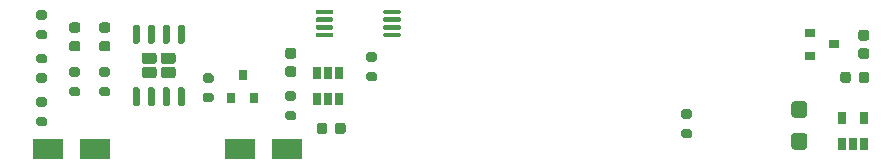
<source format=gtp>
%TF.GenerationSoftware,KiCad,Pcbnew,5.1.8-5.1.8*%
%TF.CreationDate,2022-10-01T18:22:25+01:00*%
%TF.ProjectId,ESPower,4553506f-7765-4722-9e6b-696361645f70,rev?*%
%TF.SameCoordinates,Original*%
%TF.FileFunction,Paste,Top*%
%TF.FilePolarity,Positive*%
%FSLAX46Y46*%
G04 Gerber Fmt 4.6, Leading zero omitted, Abs format (unit mm)*
G04 Created by KiCad (PCBNEW 5.1.8-5.1.8) date 2022-10-01 18:22:25*
%MOMM*%
%LPD*%
G01*
G04 APERTURE LIST*
%ADD10R,2.500000X1.800000*%
%ADD11R,0.900000X0.800000*%
%ADD12R,0.650000X1.060000*%
%ADD13R,0.800000X0.900000*%
G04 APERTURE END LIST*
D10*
X103664000Y-106807000D03*
X107664000Y-106807000D03*
X87408000Y-106807000D03*
X91408000Y-106807000D03*
G36*
G01*
X87143000Y-99524000D02*
X86593000Y-99524000D01*
G75*
G02*
X86393000Y-99324000I0J200000D01*
G01*
X86393000Y-98924000D01*
G75*
G02*
X86593000Y-98724000I200000J0D01*
G01*
X87143000Y-98724000D01*
G75*
G02*
X87343000Y-98924000I0J-200000D01*
G01*
X87343000Y-99324000D01*
G75*
G02*
X87143000Y-99524000I-200000J0D01*
G01*
G37*
G36*
G01*
X87143000Y-101174000D02*
X86593000Y-101174000D01*
G75*
G02*
X86393000Y-100974000I0J200000D01*
G01*
X86393000Y-100574000D01*
G75*
G02*
X86593000Y-100374000I200000J0D01*
G01*
X87143000Y-100374000D01*
G75*
G02*
X87343000Y-100574000I0J-200000D01*
G01*
X87343000Y-100974000D01*
G75*
G02*
X87143000Y-101174000I-200000J0D01*
G01*
G37*
D11*
X153908000Y-97917000D03*
X151908000Y-98867000D03*
X151908000Y-96967000D03*
D12*
X154625000Y-104183000D03*
X156525000Y-104183000D03*
X156525000Y-106383000D03*
X155575000Y-106383000D03*
X154625000Y-106383000D03*
X111125000Y-102573000D03*
X112075000Y-102573000D03*
X110175000Y-102573000D03*
X110175000Y-100373000D03*
X111125000Y-100373000D03*
X112075000Y-100373000D03*
G36*
G01*
X97976500Y-99580000D02*
X97171500Y-99580000D01*
G75*
G02*
X96929000Y-99337500I0J242500D01*
G01*
X96929000Y-98852500D01*
G75*
G02*
X97171500Y-98610000I242500J0D01*
G01*
X97976500Y-98610000D01*
G75*
G02*
X98219000Y-98852500I0J-242500D01*
G01*
X98219000Y-99337500D01*
G75*
G02*
X97976500Y-99580000I-242500J0D01*
G01*
G37*
G36*
G01*
X96376500Y-99580000D02*
X95571500Y-99580000D01*
G75*
G02*
X95329000Y-99337500I0J242500D01*
G01*
X95329000Y-98852500D01*
G75*
G02*
X95571500Y-98610000I242500J0D01*
G01*
X96376500Y-98610000D01*
G75*
G02*
X96619000Y-98852500I0J-242500D01*
G01*
X96619000Y-99337500D01*
G75*
G02*
X96376500Y-99580000I-242500J0D01*
G01*
G37*
G36*
G01*
X97976500Y-100780000D02*
X97171500Y-100780000D01*
G75*
G02*
X96929000Y-100537500I0J242500D01*
G01*
X96929000Y-100052500D01*
G75*
G02*
X97171500Y-99810000I242500J0D01*
G01*
X97976500Y-99810000D01*
G75*
G02*
X98219000Y-100052500I0J-242500D01*
G01*
X98219000Y-100537500D01*
G75*
G02*
X97976500Y-100780000I-242500J0D01*
G01*
G37*
G36*
G01*
X96376500Y-100780000D02*
X95571500Y-100780000D01*
G75*
G02*
X95329000Y-100537500I0J242500D01*
G01*
X95329000Y-100052500D01*
G75*
G02*
X95571500Y-99810000I242500J0D01*
G01*
X96376500Y-99810000D01*
G75*
G02*
X96619000Y-100052500I0J-242500D01*
G01*
X96619000Y-100537500D01*
G75*
G02*
X96376500Y-100780000I-242500J0D01*
G01*
G37*
G36*
G01*
X95019000Y-97845000D02*
X94719000Y-97845000D01*
G75*
G02*
X94569000Y-97695000I0J150000D01*
G01*
X94569000Y-96395000D01*
G75*
G02*
X94719000Y-96245000I150000J0D01*
G01*
X95019000Y-96245000D01*
G75*
G02*
X95169000Y-96395000I0J-150000D01*
G01*
X95169000Y-97695000D01*
G75*
G02*
X95019000Y-97845000I-150000J0D01*
G01*
G37*
G36*
G01*
X96289000Y-97845000D02*
X95989000Y-97845000D01*
G75*
G02*
X95839000Y-97695000I0J150000D01*
G01*
X95839000Y-96395000D01*
G75*
G02*
X95989000Y-96245000I150000J0D01*
G01*
X96289000Y-96245000D01*
G75*
G02*
X96439000Y-96395000I0J-150000D01*
G01*
X96439000Y-97695000D01*
G75*
G02*
X96289000Y-97845000I-150000J0D01*
G01*
G37*
G36*
G01*
X97559000Y-97845000D02*
X97259000Y-97845000D01*
G75*
G02*
X97109000Y-97695000I0J150000D01*
G01*
X97109000Y-96395000D01*
G75*
G02*
X97259000Y-96245000I150000J0D01*
G01*
X97559000Y-96245000D01*
G75*
G02*
X97709000Y-96395000I0J-150000D01*
G01*
X97709000Y-97695000D01*
G75*
G02*
X97559000Y-97845000I-150000J0D01*
G01*
G37*
G36*
G01*
X98829000Y-97845000D02*
X98529000Y-97845000D01*
G75*
G02*
X98379000Y-97695000I0J150000D01*
G01*
X98379000Y-96395000D01*
G75*
G02*
X98529000Y-96245000I150000J0D01*
G01*
X98829000Y-96245000D01*
G75*
G02*
X98979000Y-96395000I0J-150000D01*
G01*
X98979000Y-97695000D01*
G75*
G02*
X98829000Y-97845000I-150000J0D01*
G01*
G37*
G36*
G01*
X98829000Y-103145000D02*
X98529000Y-103145000D01*
G75*
G02*
X98379000Y-102995000I0J150000D01*
G01*
X98379000Y-101695000D01*
G75*
G02*
X98529000Y-101545000I150000J0D01*
G01*
X98829000Y-101545000D01*
G75*
G02*
X98979000Y-101695000I0J-150000D01*
G01*
X98979000Y-102995000D01*
G75*
G02*
X98829000Y-103145000I-150000J0D01*
G01*
G37*
G36*
G01*
X97559000Y-103145000D02*
X97259000Y-103145000D01*
G75*
G02*
X97109000Y-102995000I0J150000D01*
G01*
X97109000Y-101695000D01*
G75*
G02*
X97259000Y-101545000I150000J0D01*
G01*
X97559000Y-101545000D01*
G75*
G02*
X97709000Y-101695000I0J-150000D01*
G01*
X97709000Y-102995000D01*
G75*
G02*
X97559000Y-103145000I-150000J0D01*
G01*
G37*
G36*
G01*
X96289000Y-103145000D02*
X95989000Y-103145000D01*
G75*
G02*
X95839000Y-102995000I0J150000D01*
G01*
X95839000Y-101695000D01*
G75*
G02*
X95989000Y-101545000I150000J0D01*
G01*
X96289000Y-101545000D01*
G75*
G02*
X96439000Y-101695000I0J-150000D01*
G01*
X96439000Y-102995000D01*
G75*
G02*
X96289000Y-103145000I-150000J0D01*
G01*
G37*
G36*
G01*
X95019000Y-103145000D02*
X94719000Y-103145000D01*
G75*
G02*
X94569000Y-102995000I0J150000D01*
G01*
X94569000Y-101695000D01*
G75*
G02*
X94719000Y-101545000I150000J0D01*
G01*
X95019000Y-101545000D01*
G75*
G02*
X95169000Y-101695000I0J-150000D01*
G01*
X95169000Y-102995000D01*
G75*
G02*
X95019000Y-103145000I-150000J0D01*
G01*
G37*
G36*
G01*
X141753000Y-104223000D02*
X141203000Y-104223000D01*
G75*
G02*
X141003000Y-104023000I0J200000D01*
G01*
X141003000Y-103623000D01*
G75*
G02*
X141203000Y-103423000I200000J0D01*
G01*
X141753000Y-103423000D01*
G75*
G02*
X141953000Y-103623000I0J-200000D01*
G01*
X141953000Y-104023000D01*
G75*
G02*
X141753000Y-104223000I-200000J0D01*
G01*
G37*
G36*
G01*
X141753000Y-105873000D02*
X141203000Y-105873000D01*
G75*
G02*
X141003000Y-105673000I0J200000D01*
G01*
X141003000Y-105273000D01*
G75*
G02*
X141203000Y-105073000I200000J0D01*
G01*
X141753000Y-105073000D01*
G75*
G02*
X141953000Y-105273000I0J-200000D01*
G01*
X141953000Y-105673000D01*
G75*
G02*
X141753000Y-105873000I-200000J0D01*
G01*
G37*
G36*
G01*
X107675000Y-103549000D02*
X108225000Y-103549000D01*
G75*
G02*
X108425000Y-103749000I0J-200000D01*
G01*
X108425000Y-104149000D01*
G75*
G02*
X108225000Y-104349000I-200000J0D01*
G01*
X107675000Y-104349000D01*
G75*
G02*
X107475000Y-104149000I0J200000D01*
G01*
X107475000Y-103749000D01*
G75*
G02*
X107675000Y-103549000I200000J0D01*
G01*
G37*
G36*
G01*
X107675000Y-101899000D02*
X108225000Y-101899000D01*
G75*
G02*
X108425000Y-102099000I0J-200000D01*
G01*
X108425000Y-102499000D01*
G75*
G02*
X108225000Y-102699000I-200000J0D01*
G01*
X107675000Y-102699000D01*
G75*
G02*
X107475000Y-102499000I0J200000D01*
G01*
X107475000Y-102099000D01*
G75*
G02*
X107675000Y-101899000I200000J0D01*
G01*
G37*
G36*
G01*
X87143000Y-95841000D02*
X86593000Y-95841000D01*
G75*
G02*
X86393000Y-95641000I0J200000D01*
G01*
X86393000Y-95241000D01*
G75*
G02*
X86593000Y-95041000I200000J0D01*
G01*
X87143000Y-95041000D01*
G75*
G02*
X87343000Y-95241000I0J-200000D01*
G01*
X87343000Y-95641000D01*
G75*
G02*
X87143000Y-95841000I-200000J0D01*
G01*
G37*
G36*
G01*
X87143000Y-97491000D02*
X86593000Y-97491000D01*
G75*
G02*
X86393000Y-97291000I0J200000D01*
G01*
X86393000Y-96891000D01*
G75*
G02*
X86593000Y-96691000I200000J0D01*
G01*
X87143000Y-96691000D01*
G75*
G02*
X87343000Y-96891000I0J-200000D01*
G01*
X87343000Y-97291000D01*
G75*
G02*
X87143000Y-97491000I-200000J0D01*
G01*
G37*
G36*
G01*
X87143000Y-103207000D02*
X86593000Y-103207000D01*
G75*
G02*
X86393000Y-103007000I0J200000D01*
G01*
X86393000Y-102607000D01*
G75*
G02*
X86593000Y-102407000I200000J0D01*
G01*
X87143000Y-102407000D01*
G75*
G02*
X87343000Y-102607000I0J-200000D01*
G01*
X87343000Y-103007000D01*
G75*
G02*
X87143000Y-103207000I-200000J0D01*
G01*
G37*
G36*
G01*
X87143000Y-104857000D02*
X86593000Y-104857000D01*
G75*
G02*
X86393000Y-104657000I0J200000D01*
G01*
X86393000Y-104257000D01*
G75*
G02*
X86593000Y-104057000I200000J0D01*
G01*
X87143000Y-104057000D01*
G75*
G02*
X87343000Y-104257000I0J-200000D01*
G01*
X87343000Y-104657000D01*
G75*
G02*
X87143000Y-104857000I-200000J0D01*
G01*
G37*
G36*
G01*
X92477000Y-100667000D02*
X91927000Y-100667000D01*
G75*
G02*
X91727000Y-100467000I0J200000D01*
G01*
X91727000Y-100067000D01*
G75*
G02*
X91927000Y-99867000I200000J0D01*
G01*
X92477000Y-99867000D01*
G75*
G02*
X92677000Y-100067000I0J-200000D01*
G01*
X92677000Y-100467000D01*
G75*
G02*
X92477000Y-100667000I-200000J0D01*
G01*
G37*
G36*
G01*
X92477000Y-102317000D02*
X91927000Y-102317000D01*
G75*
G02*
X91727000Y-102117000I0J200000D01*
G01*
X91727000Y-101717000D01*
G75*
G02*
X91927000Y-101517000I200000J0D01*
G01*
X92477000Y-101517000D01*
G75*
G02*
X92677000Y-101717000I0J-200000D01*
G01*
X92677000Y-102117000D01*
G75*
G02*
X92477000Y-102317000I-200000J0D01*
G01*
G37*
G36*
G01*
X89937000Y-100667000D02*
X89387000Y-100667000D01*
G75*
G02*
X89187000Y-100467000I0J200000D01*
G01*
X89187000Y-100067000D01*
G75*
G02*
X89387000Y-99867000I200000J0D01*
G01*
X89937000Y-99867000D01*
G75*
G02*
X90137000Y-100067000I0J-200000D01*
G01*
X90137000Y-100467000D01*
G75*
G02*
X89937000Y-100667000I-200000J0D01*
G01*
G37*
G36*
G01*
X89937000Y-102317000D02*
X89387000Y-102317000D01*
G75*
G02*
X89187000Y-102117000I0J200000D01*
G01*
X89187000Y-101717000D01*
G75*
G02*
X89387000Y-101517000I200000J0D01*
G01*
X89937000Y-101517000D01*
G75*
G02*
X90137000Y-101717000I0J-200000D01*
G01*
X90137000Y-102117000D01*
G75*
G02*
X89937000Y-102317000I-200000J0D01*
G01*
G37*
G36*
G01*
X114533000Y-100247000D02*
X115083000Y-100247000D01*
G75*
G02*
X115283000Y-100447000I0J-200000D01*
G01*
X115283000Y-100847000D01*
G75*
G02*
X115083000Y-101047000I-200000J0D01*
G01*
X114533000Y-101047000D01*
G75*
G02*
X114333000Y-100847000I0J200000D01*
G01*
X114333000Y-100447000D01*
G75*
G02*
X114533000Y-100247000I200000J0D01*
G01*
G37*
G36*
G01*
X114533000Y-98597000D02*
X115083000Y-98597000D01*
G75*
G02*
X115283000Y-98797000I0J-200000D01*
G01*
X115283000Y-99197000D01*
G75*
G02*
X115083000Y-99397000I-200000J0D01*
G01*
X114533000Y-99397000D01*
G75*
G02*
X114333000Y-99197000I0J200000D01*
G01*
X114333000Y-98797000D01*
G75*
G02*
X114533000Y-98597000I200000J0D01*
G01*
G37*
G36*
G01*
X101240000Y-101175000D02*
X100690000Y-101175000D01*
G75*
G02*
X100490000Y-100975000I0J200000D01*
G01*
X100490000Y-100575000D01*
G75*
G02*
X100690000Y-100375000I200000J0D01*
G01*
X101240000Y-100375000D01*
G75*
G02*
X101440000Y-100575000I0J-200000D01*
G01*
X101440000Y-100975000D01*
G75*
G02*
X101240000Y-101175000I-200000J0D01*
G01*
G37*
G36*
G01*
X101240000Y-102825000D02*
X100690000Y-102825000D01*
G75*
G02*
X100490000Y-102625000I0J200000D01*
G01*
X100490000Y-102225000D01*
G75*
G02*
X100690000Y-102025000I200000J0D01*
G01*
X101240000Y-102025000D01*
G75*
G02*
X101440000Y-102225000I0J-200000D01*
G01*
X101440000Y-102625000D01*
G75*
G02*
X101240000Y-102825000I-200000J0D01*
G01*
G37*
G36*
G01*
X115790000Y-95264000D02*
X115790000Y-95064000D01*
G75*
G02*
X115890000Y-94964000I100000J0D01*
G01*
X117165000Y-94964000D01*
G75*
G02*
X117265000Y-95064000I0J-100000D01*
G01*
X117265000Y-95264000D01*
G75*
G02*
X117165000Y-95364000I-100000J0D01*
G01*
X115890000Y-95364000D01*
G75*
G02*
X115790000Y-95264000I0J100000D01*
G01*
G37*
G36*
G01*
X115790000Y-95914000D02*
X115790000Y-95714000D01*
G75*
G02*
X115890000Y-95614000I100000J0D01*
G01*
X117165000Y-95614000D01*
G75*
G02*
X117265000Y-95714000I0J-100000D01*
G01*
X117265000Y-95914000D01*
G75*
G02*
X117165000Y-96014000I-100000J0D01*
G01*
X115890000Y-96014000D01*
G75*
G02*
X115790000Y-95914000I0J100000D01*
G01*
G37*
G36*
G01*
X115790000Y-96564000D02*
X115790000Y-96364000D01*
G75*
G02*
X115890000Y-96264000I100000J0D01*
G01*
X117165000Y-96264000D01*
G75*
G02*
X117265000Y-96364000I0J-100000D01*
G01*
X117265000Y-96564000D01*
G75*
G02*
X117165000Y-96664000I-100000J0D01*
G01*
X115890000Y-96664000D01*
G75*
G02*
X115790000Y-96564000I0J100000D01*
G01*
G37*
G36*
G01*
X115790000Y-97214000D02*
X115790000Y-97014000D01*
G75*
G02*
X115890000Y-96914000I100000J0D01*
G01*
X117165000Y-96914000D01*
G75*
G02*
X117265000Y-97014000I0J-100000D01*
G01*
X117265000Y-97214000D01*
G75*
G02*
X117165000Y-97314000I-100000J0D01*
G01*
X115890000Y-97314000D01*
G75*
G02*
X115790000Y-97214000I0J100000D01*
G01*
G37*
G36*
G01*
X110065000Y-97214000D02*
X110065000Y-97014000D01*
G75*
G02*
X110165000Y-96914000I100000J0D01*
G01*
X111440000Y-96914000D01*
G75*
G02*
X111540000Y-97014000I0J-100000D01*
G01*
X111540000Y-97214000D01*
G75*
G02*
X111440000Y-97314000I-100000J0D01*
G01*
X110165000Y-97314000D01*
G75*
G02*
X110065000Y-97214000I0J100000D01*
G01*
G37*
G36*
G01*
X110065000Y-96564000D02*
X110065000Y-96364000D01*
G75*
G02*
X110165000Y-96264000I100000J0D01*
G01*
X111440000Y-96264000D01*
G75*
G02*
X111540000Y-96364000I0J-100000D01*
G01*
X111540000Y-96564000D01*
G75*
G02*
X111440000Y-96664000I-100000J0D01*
G01*
X110165000Y-96664000D01*
G75*
G02*
X110065000Y-96564000I0J100000D01*
G01*
G37*
G36*
G01*
X110065000Y-95914000D02*
X110065000Y-95714000D01*
G75*
G02*
X110165000Y-95614000I100000J0D01*
G01*
X111440000Y-95614000D01*
G75*
G02*
X111540000Y-95714000I0J-100000D01*
G01*
X111540000Y-95914000D01*
G75*
G02*
X111440000Y-96014000I-100000J0D01*
G01*
X110165000Y-96014000D01*
G75*
G02*
X110065000Y-95914000I0J100000D01*
G01*
G37*
G36*
G01*
X110065000Y-95264000D02*
X110065000Y-95064000D01*
G75*
G02*
X110165000Y-94964000I100000J0D01*
G01*
X111440000Y-94964000D01*
G75*
G02*
X111540000Y-95064000I0J-100000D01*
G01*
X111540000Y-95264000D01*
G75*
G02*
X111440000Y-95364000I-100000J0D01*
G01*
X110165000Y-95364000D01*
G75*
G02*
X110065000Y-95264000I0J100000D01*
G01*
G37*
D13*
X103886000Y-100473000D03*
X104836000Y-102473000D03*
X102936000Y-102473000D03*
G36*
G01*
X91945750Y-97632000D02*
X92458250Y-97632000D01*
G75*
G02*
X92677000Y-97850750I0J-218750D01*
G01*
X92677000Y-98288250D01*
G75*
G02*
X92458250Y-98507000I-218750J0D01*
G01*
X91945750Y-98507000D01*
G75*
G02*
X91727000Y-98288250I0J218750D01*
G01*
X91727000Y-97850750D01*
G75*
G02*
X91945750Y-97632000I218750J0D01*
G01*
G37*
G36*
G01*
X91945750Y-96057000D02*
X92458250Y-96057000D01*
G75*
G02*
X92677000Y-96275750I0J-218750D01*
G01*
X92677000Y-96713250D01*
G75*
G02*
X92458250Y-96932000I-218750J0D01*
G01*
X91945750Y-96932000D01*
G75*
G02*
X91727000Y-96713250I0J218750D01*
G01*
X91727000Y-96275750D01*
G75*
G02*
X91945750Y-96057000I218750J0D01*
G01*
G37*
G36*
G01*
X89405750Y-97632000D02*
X89918250Y-97632000D01*
G75*
G02*
X90137000Y-97850750I0J-218750D01*
G01*
X90137000Y-98288250D01*
G75*
G02*
X89918250Y-98507000I-218750J0D01*
G01*
X89405750Y-98507000D01*
G75*
G02*
X89187000Y-98288250I0J218750D01*
G01*
X89187000Y-97850750D01*
G75*
G02*
X89405750Y-97632000I218750J0D01*
G01*
G37*
G36*
G01*
X89405750Y-96057000D02*
X89918250Y-96057000D01*
G75*
G02*
X90137000Y-96275750I0J-218750D01*
G01*
X90137000Y-96713250D01*
G75*
G02*
X89918250Y-96932000I-218750J0D01*
G01*
X89405750Y-96932000D01*
G75*
G02*
X89187000Y-96713250I0J218750D01*
G01*
X89187000Y-96275750D01*
G75*
G02*
X89405750Y-96057000I218750J0D01*
G01*
G37*
G36*
G01*
X156714000Y-97592000D02*
X156214000Y-97592000D01*
G75*
G02*
X155989000Y-97367000I0J225000D01*
G01*
X155989000Y-96917000D01*
G75*
G02*
X156214000Y-96692000I225000J0D01*
G01*
X156714000Y-96692000D01*
G75*
G02*
X156939000Y-96917000I0J-225000D01*
G01*
X156939000Y-97367000D01*
G75*
G02*
X156714000Y-97592000I-225000J0D01*
G01*
G37*
G36*
G01*
X156714000Y-99142000D02*
X156214000Y-99142000D01*
G75*
G02*
X155989000Y-98917000I0J225000D01*
G01*
X155989000Y-98467000D01*
G75*
G02*
X156214000Y-98242000I225000J0D01*
G01*
X156714000Y-98242000D01*
G75*
G02*
X156939000Y-98467000I0J-225000D01*
G01*
X156939000Y-98917000D01*
G75*
G02*
X156714000Y-99142000I-225000J0D01*
G01*
G37*
G36*
G01*
X108200000Y-99116000D02*
X107700000Y-99116000D01*
G75*
G02*
X107475000Y-98891000I0J225000D01*
G01*
X107475000Y-98441000D01*
G75*
G02*
X107700000Y-98216000I225000J0D01*
G01*
X108200000Y-98216000D01*
G75*
G02*
X108425000Y-98441000I0J-225000D01*
G01*
X108425000Y-98891000D01*
G75*
G02*
X108200000Y-99116000I-225000J0D01*
G01*
G37*
G36*
G01*
X108200000Y-100666000D02*
X107700000Y-100666000D01*
G75*
G02*
X107475000Y-100441000I0J225000D01*
G01*
X107475000Y-99991000D01*
G75*
G02*
X107700000Y-99766000I225000J0D01*
G01*
X108200000Y-99766000D01*
G75*
G02*
X108425000Y-99991000I0J-225000D01*
G01*
X108425000Y-100441000D01*
G75*
G02*
X108200000Y-100666000I-225000J0D01*
G01*
G37*
G36*
G01*
X111704000Y-105279000D02*
X111704000Y-104779000D01*
G75*
G02*
X111929000Y-104554000I225000J0D01*
G01*
X112379000Y-104554000D01*
G75*
G02*
X112604000Y-104779000I0J-225000D01*
G01*
X112604000Y-105279000D01*
G75*
G02*
X112379000Y-105504000I-225000J0D01*
G01*
X111929000Y-105504000D01*
G75*
G02*
X111704000Y-105279000I0J225000D01*
G01*
G37*
G36*
G01*
X110154000Y-105279000D02*
X110154000Y-104779000D01*
G75*
G02*
X110379000Y-104554000I225000J0D01*
G01*
X110829000Y-104554000D01*
G75*
G02*
X111054000Y-104779000I0J-225000D01*
G01*
X111054000Y-105279000D01*
G75*
G02*
X110829000Y-105504000I-225000J0D01*
G01*
X110379000Y-105504000D01*
G75*
G02*
X110154000Y-105279000I0J225000D01*
G01*
G37*
G36*
G01*
X151428001Y-104125000D02*
X150577999Y-104125000D01*
G75*
G02*
X150328000Y-103875001I0J249999D01*
G01*
X150328000Y-102974999D01*
G75*
G02*
X150577999Y-102725000I249999J0D01*
G01*
X151428001Y-102725000D01*
G75*
G02*
X151678000Y-102974999I0J-249999D01*
G01*
X151678000Y-103875001D01*
G75*
G02*
X151428001Y-104125000I-249999J0D01*
G01*
G37*
G36*
G01*
X151428001Y-106825000D02*
X150577999Y-106825000D01*
G75*
G02*
X150328000Y-106575001I0J249999D01*
G01*
X150328000Y-105674999D01*
G75*
G02*
X150577999Y-105425000I249999J0D01*
G01*
X151428001Y-105425000D01*
G75*
G02*
X151678000Y-105674999I0J-249999D01*
G01*
X151678000Y-106575001D01*
G75*
G02*
X151428001Y-106825000I-249999J0D01*
G01*
G37*
G36*
G01*
X155377000Y-100461000D02*
X155377000Y-100961000D01*
G75*
G02*
X155152000Y-101186000I-225000J0D01*
G01*
X154702000Y-101186000D01*
G75*
G02*
X154477000Y-100961000I0J225000D01*
G01*
X154477000Y-100461000D01*
G75*
G02*
X154702000Y-100236000I225000J0D01*
G01*
X155152000Y-100236000D01*
G75*
G02*
X155377000Y-100461000I0J-225000D01*
G01*
G37*
G36*
G01*
X156927000Y-100461000D02*
X156927000Y-100961000D01*
G75*
G02*
X156702000Y-101186000I-225000J0D01*
G01*
X156252000Y-101186000D01*
G75*
G02*
X156027000Y-100961000I0J225000D01*
G01*
X156027000Y-100461000D01*
G75*
G02*
X156252000Y-100236000I225000J0D01*
G01*
X156702000Y-100236000D01*
G75*
G02*
X156927000Y-100461000I0J-225000D01*
G01*
G37*
M02*

</source>
